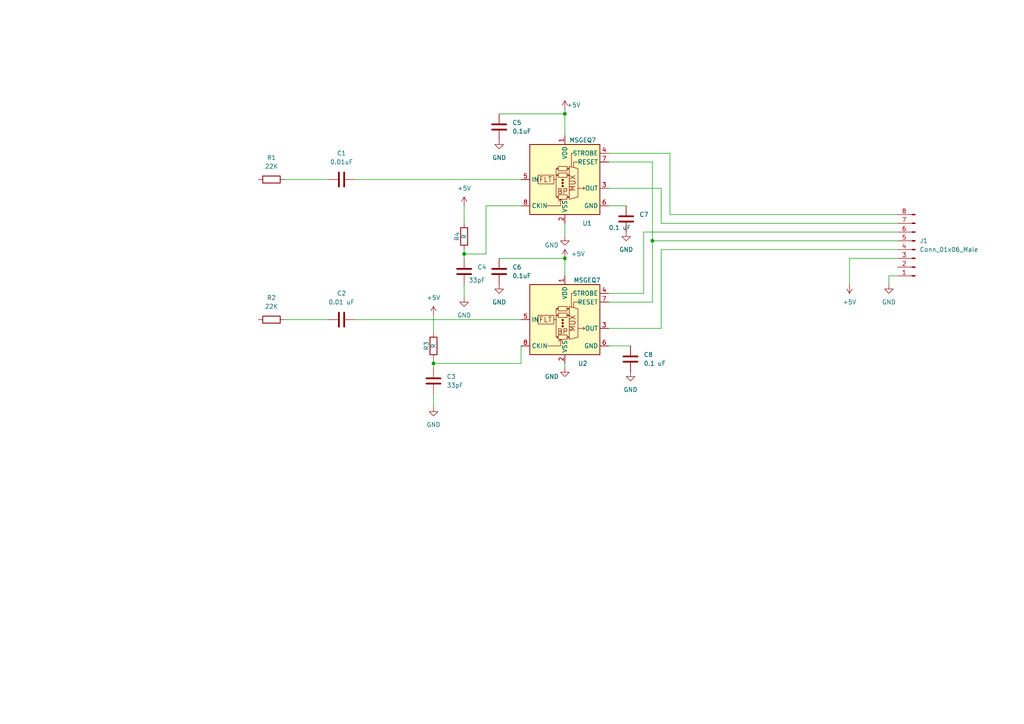
<source format=kicad_sch>
(kicad_sch (version 20211123) (generator eeschema)
  (paper "A4")
  (title_block (title "msgeq7 block") (date "2022-04-10") (rev "1"))
  (lib_symbols
    (symbol "Audio:MSGEQ7"
      (property "Reference" "U" (at -2.54 13.97 0))
      (property "Value" "MSGEQ7" (at -2.54 11.43 0))
      (symbol "MSGEQ7_0_0"
        (polyline (pts (xy -5.08 -7.62) (xy -1.27 -7.62) (xy -1.27 -5.715)))
        (polyline (pts (xy -1.905 -6.35) (xy -1.27 -5.715) (xy -0.635 -6.35)))
        (polyline (pts (xy 2.54 7.62) (xy 1.905 7.62) (xy 1.905 3.683)))
        (polyline (pts (xy 3.81 5.08) (xy 2.54 5.08) (xy 2.54 3.556)))
        (text "BP" (at -0.635 -3.429 0) (effects (font (size 1.524 1.524))))
        (text "FLT" (at -5.588 0 0) (effects (font (size 1.524 1.524))))
        (text "MUX" (at 2.286 -1.016 900) (effects (font (size 1.524 1.524))))
      )
      (symbol "MSGEQ7_0_1"
        (rectangle (start -3.175 -1.27) (end -7.747 1.27))
        (rectangle (start -1.905 -4.445) (end 0.635 -5.715))
        (rectangle (start -1.905 1.905) (end 0.635 0.635))
        (circle (center -0.635 -1.905) (radius 0.254) (fill (type outline)))
        (circle (center -0.635 -1.016) (radius 0.254) (fill (type outline)))
        (circle (center -0.635 -0.127) (radius 0.254) (fill (type outline)))
        (polyline (pts (xy -3.175 0) (xy -2.54 0)))
        (polyline (pts (xy -2.54 1.27) (xy -1.905 1.27)))
        (polyline (pts (xy 0.635 -5.08) (xy 1.27 -5.08)))
        (polyline (pts (xy 0.635 1.27) (xy 1.27 1.27)))
        (polyline (pts (xy 0.635 3.175) (xy 1.27 3.175)))
        (polyline (pts (xy 3.81 -2.54) (xy 5.715 -2.54)))
        (polyline (pts (xy 5.715 -2.54) (xy 5.334 -2.921)))
        (polyline (pts (xy 5.715 -2.54) (xy 5.334 -2.159)))
        (polyline (pts (xy -2.286 -4.826) (xy -2.032 -5.08) (xy -2.286 -5.334)))
        (polyline (pts (xy -2.286 1.524) (xy -2.032 1.27) (xy -2.286 1.016)))
        (polyline (pts (xy -2.286 3.429) (xy -2.032 3.175) (xy -2.286 2.921)))
        (polyline (pts (xy 0.889 -4.826) (xy 1.143 -5.08) (xy 0.889 -5.334)))
        (polyline (pts (xy 0.889 1.524) (xy 1.143 1.27) (xy 0.889 1.016)))
        (polyline (pts (xy 0.889 3.429) (xy 1.143 3.175) (xy 0.889 2.921)))
        (polyline (pts (xy -1.905 3.175) (xy -2.54 3.175) (xy -2.54 -5.08) (xy -1.905 -5.08)))
        (polyline (pts (xy 1.27 3.81) (xy 1.27 -5.715) (xy 3.81 -5.08) (xy 3.81 3.175) (xy 1.27 3.81)))
        (rectangle (start 0.635 2.54) (end -1.905 3.81))
        (rectangle (start 10.16 10.16) (end -10.16 -10.16) (stroke (width 0.254)) (fill (type background)))
      )
      (symbol "MSGEQ7_1_1"
        (pin power_in line (at 0 12.7 270) (length 2.54) (name "VDD") (number "1"))
        (pin power_in line (at 0 -12.7 90) (length 2.54) (name "VSS") (number "2"))
        (pin output line (at 12.7 -2.54 180) (length 2.54) (name "OUT") (number "3"))
        (pin input line (at 12.7 7.62 180) (length 2.54) (name "STROBE") (number "4"))
        (pin input line (at -12.7 0 0) (length 2.54) (name "IN") (number "5"))
        (pin power_out line (at 12.7 -7.62 180) (length 2.54) (name "GND") (number "6"))
        (pin input line (at 12.7 5.08 180) (length 2.54) (name "RESET") (number "7"))
        (pin input line (at -12.7 -7.62 0) (length 2.54) (name "CKIN") (number "8"))
      )
    )
    (symbol "Connector:Conn_01x08_Male" (pin_names (offset 1.016) hide)
      (property "Reference" "J" (at 0 10.16 0))
      (property "Value" "Conn_01x08_Male" (at 0 -12.7 0))
      (symbol "Conn_01x08_Male_1_1"
        (polyline (pts (xy 1.27 -10.16) (xy 0.8636 -10.16)) (stroke (width 0.1524)))
        (polyline (pts (xy 1.27 -7.62) (xy 0.8636 -7.62)) (stroke (width 0.1524)))
        (polyline (pts (xy 1.27 -5.08) (xy 0.8636 -5.08)) (stroke (width 0.1524)))
        (polyline (pts (xy 1.27 -2.54) (xy 0.8636 -2.54)) (stroke (width 0.1524)))
        (polyline (pts (xy 1.27 0) (xy 0.8636 0)) (stroke (width 0.1524)))
        (polyline (pts (xy 1.27 2.54) (xy 0.8636 2.54)) (stroke (width 0.1524)))
        (polyline (pts (xy 1.27 5.08) (xy 0.8636 5.08)) (stroke (width 0.1524)))
        (polyline (pts (xy 1.27 7.62) (xy 0.8636 7.62)) (stroke (width 0.1524)))
        (rectangle (start 0.8636 -10.033) (end 0 -10.287) (stroke (width 0.1524)) (fill (type outline)))
        (rectangle (start 0.8636 -7.493) (end 0 -7.747) (stroke (width 0.1524)) (fill (type outline)))
        (rectangle (start 0.8636 -4.953) (end 0 -5.207) (stroke (width 0.1524)) (fill (type outline)))
        (rectangle (start 0.8636 -2.413) (end 0 -2.667) (stroke (width 0.1524)) (fill (type outline)))
        (rectangle (start 0.8636 0.127) (end 0 -0.127) (stroke (width 0.1524)) (fill (type outline)))
        (rectangle (start 0.8636 2.667) (end 0 2.413) (stroke (width 0.1524)) (fill (type outline)))
        (rectangle (start 0.8636 5.207) (end 0 4.953) (stroke (width 0.1524)) (fill (type outline)))
        (rectangle (start 0.8636 7.747) (end 0 7.493) (stroke (width 0.1524)) (fill (type outline)))
        (pin passive line (at 5.08 7.62 180) (length 3.81) (name "Pin_1") (number "1"))
        (pin passive line (at 5.08 5.08 180) (length 3.81) (name "Pin_2") (number "2"))
        (pin passive line (at 5.08 2.54 180) (length 3.81) (name "Pin_3") (number "3"))
        (pin passive line (at 5.08 0 180) (length 3.81) (name "Pin_4") (number "4"))
        (pin passive line (at 5.08 -2.54 180) (length 3.81) (name "Pin_5") (number "5"))
        (pin passive line (at 5.08 -5.08 180) (length 3.81) (name "Pin_6") (number "6"))
        (pin passive line (at 5.08 -7.62 180) (length 3.81) (name "Pin_7") (number "7"))
        (pin passive line (at 5.08 -10.16 180) (length 3.81) (name "Pin_8") (number "8"))
      )
    )
    (symbol "Device:C" (pin_numbers hide) (pin_names (offset 0.254))
      (property "Reference" "C" (at 0.635 2.54 0))
      (property "Value" "C" (at 0.635 -2.54 0))
      (symbol "C_0_1"
        (polyline (pts (xy -2.032 -0.762) (xy 2.032 -0.762)) (stroke (width 0.508)))
        (polyline (pts (xy -2.032 0.762) (xy 2.032 0.762)) (stroke (width 0.508)))
      )
      (symbol "C_1_1"
        (pin passive line (at 0 3.81 270) (length 2.794) (name "~") (number "1"))
        (pin passive line (at 0 -3.81 90) (length 2.794) (name "~") (number "2"))
      )
    )
    (symbol "Device:R" (pin_numbers hide) (pin_names (offset 0))
      (property "Reference" "R" (at 2.032 0 90))
      (property "Value" "R" (at 0 0 90))
      (symbol "R_0_1"
        (rectangle (start -1.016 -2.54) (end 1.016 2.54) (stroke (width 0.254)))
      )
      (symbol "R_1_1"
        (pin passive line (at 0 3.81 270) (length 1.27) (name "~") (number "1"))
        (pin passive line (at 0 -3.81 90) (length 1.27) (name "~") (number "2"))
      )
    )
    (symbol "power:+5V" (power) (pin_names (offset 0))
      (property "Value" "+5V" (at 0 3.556 0))
      (symbol "+5V_0_1"
        (polyline (pts (xy -0.762 1.27) (xy 0 2.54)))
        (polyline (pts (xy 0 0) (xy 0 2.54)))
        (polyline (pts (xy 0 2.54) (xy 0.762 1.27)))
      )
      (symbol "+5V_1_1"
        (pin power_in line (at 0 0 90) (length 0) hide (name "+5V") (number "1"))
      )
    )
    (symbol "power:GND" (power) (pin_names (offset 0))
      (property "Value" "GND" (at 0 -3.81 0))
      (symbol "GND_0_1"
        (polyline (pts (xy 0 0) (xy 0 -1.27) (xy 1.27 -1.27) (xy 0 -2.54) (xy -1.27 -1.27) (xy 0 -1.27)))
      )
      (symbol "GND_1_1"
        (pin power_in line (at 0 0 270) (length 0) hide (name "GND") (number "1"))
      )
    )
  )
  (junction (at 134.62 73.66))
  (junction (at 163.83 74.93))
  (junction (at 125.73 105.41))
  (junction (at 163.83 33.02))
  (junction (at 189.23 69.85))
  (wire (pts (xy 163.83 33.02) (xy 163.83 39.37)))
  (wire (pts (xy 191.77 95.25) (xy 191.77 72.39)))
  (wire (pts (xy 191.77 64.77) (xy 260.35 64.77)))
  (wire (pts (xy 176.53 46.99) (xy 189.23 46.99)))
  (wire (pts (xy 82.55 52.07) (xy 95.25 52.07)))
  (wire (pts (xy 125.73 105.41) (xy 125.73 106.68)))
  (wire (pts (xy 246.38 82.55) (xy 246.38 74.93)))
  (wire (pts (xy 163.83 105.41) (xy 163.83 106.68)))
  (wire (pts (xy 176.53 44.45) (xy 194.31 44.45)))
  (wire (pts (xy 102.87 52.07) (xy 151.13 52.07)))
  (wire (pts (xy 246.38 74.93) (xy 260.35 74.93)))
  (wire (pts (xy 144.78 74.93) (xy 163.83 74.93)))
  (wire (pts (xy 163.83 74.93) (xy 163.83 80.01)))
  (wire (pts (xy 260.35 80.01) (xy 257.81 80.01)))
  (wire (pts (xy 191.77 54.61) (xy 191.77 64.77)))
  (wire (pts (xy 151.13 105.41) (xy 151.13 100.33)))
  (wire (pts (xy 144.78 33.02) (xy 163.83 33.02)))
  (wire (pts (xy 186.69 67.31) (xy 186.69 85.09)))
  (wire (pts (xy 102.87 92.71) (xy 151.13 92.71)))
  (wire (pts (xy 176.53 59.69) (xy 181.61 59.69)))
  (wire (pts (xy 186.69 85.09) (xy 176.53 85.09)))
  (wire (pts (xy 82.55 92.71) (xy 95.25 92.71)))
  (wire (pts (xy 189.23 46.99) (xy 189.23 69.85)))
  (wire (pts (xy 189.23 87.63) (xy 189.23 69.85)))
  (wire (pts (xy 257.81 80.01) (xy 257.81 82.55)))
  (wire (pts (xy 194.31 62.23) (xy 260.35 62.23)))
  (wire (pts (xy 176.53 54.61) (xy 191.77 54.61)))
  (wire (pts (xy 191.77 72.39) (xy 260.35 72.39)))
  (wire (pts (xy 189.23 69.85) (xy 260.35 69.85)))
  (wire (pts (xy 176.53 100.33) (xy 182.88 100.33)))
  (wire (pts (xy 134.62 73.66) (xy 134.62 74.93)))
  (wire (pts (xy 134.62 59.69) (xy 134.62 64.77)))
  (wire (pts (xy 194.31 44.45) (xy 194.31 62.23)))
  (wire (pts (xy 125.73 91.44) (xy 125.73 96.52)))
  (wire (pts (xy 176.53 95.25) (xy 191.77 95.25)))
  (wire (pts (xy 163.83 64.77) (xy 163.83 68.58)))
  (wire (pts (xy 125.73 105.41) (xy 151.13 105.41)))
  (wire (pts (xy 125.73 118.11) (xy 125.73 114.3)))
  (wire (pts (xy 163.83 31.75) (xy 163.83 33.02)))
  (wire (pts (xy 176.53 87.63) (xy 189.23 87.63)))
  (wire (pts (xy 125.73 104.14) (xy 125.73 105.41)))
  (wire (pts (xy 134.62 73.66) (xy 140.97 73.66)))
  (wire (pts (xy 134.62 86.36) (xy 134.62 82.55)))
  (wire (pts (xy 140.97 73.66) (xy 140.97 59.69)))
  (wire (pts (xy 260.35 67.31) (xy 186.69 67.31)))
  (wire (pts (xy 140.97 59.69) (xy 151.13 59.69)))
  (wire (pts (xy 134.62 72.39) (xy 134.62 73.66)))
  (symbol (lib_id "Device:C") (at 182.88 104.14 0) (unit 1)
    (property "Reference" "C8" (at 186.69 102.8699 0) (effects (justify left)))
    (property "Value" "0.1 uF" (at 186.69 105.4099 0) (effects (justify left)))
  )
  (symbol (lib_id "Audio:MSGEQ7") (at 163.83 52.07 0) (unit 1)
    (property "Reference" "U1" (at 168.91 64.77 0) (effects (justify left)))
    (property "Value" "MSGEQ7" (at 165.1 40.64 0) (effects (justify left)))
    (property "Datasheet" "http://mix-sig.com/images/datasheets/MSGEQ7.pdf" (effects hide))
  )
  (symbol (lib_id "Device:C") (at 134.62 78.74 180) (unit 1)
    (property "Reference" "C4" (at 138.43 77.4699 0) (effects (justify right)))
    (property "Value" "33pF" (at 135.89 81.28 0) (effects (justify right)))
  )
  (symbol (lib_id "power:GND") (at 163.83 106.68 0) (unit 1)
    (property "Reference" "#PWR010" (effects hide))
    (property "Value" "GND" (at 160.02 109.22 0))
  )
  (symbol (lib_id "Device:C") (at 125.73 110.49 180) (unit 1)
    (property "Reference" "C3" (at 129.54 109.2199 0) (effects (justify right)))
    (property "Value" "33pF" (at 129.54 111.7599 0) (effects (justify right)))
  )
  (symbol (lib_id "power:GND") (at 163.83 68.58 0) (unit 1)
    (property "Reference" "#PWR08" (effects hide))
    (property "Value" "GND" (at 160.02 71.12 0))
  )
  (symbol (lib_id "power:GND") (at 134.62 86.36 0) (unit 1)
    (property "Reference" "#PWR04" (effects hide))
    (property "Value" "GND" (at 134.62 91.44 0))
  )
  (symbol (lib_id "power:GND") (at 125.73 118.11 0) (unit 1)
    (property "Reference" "#PWR02" (effects hide))
    (property "Value" "GND" (at 125.73 123.19 0))
  )
  (symbol (lib_id "Device:R") (at 125.73 100.33 180) (unit 1)
    (property "Reference" "R3" (at 123.698 100.33 90))
    (property "Value" "R" (at 125.73 100.33 90))
  )
  (symbol (lib_id "Device:C") (at 99.06 52.07 90) (unit 1)
    (property "Reference" "C1" (at 99.06 44.45 90))
    (property "Value" "0.01uF" (at 99.06 46.99 90))
  )
  (symbol (lib_id "power:+5V") (at 163.83 74.93 0) (unit 1)
    (property "Reference" "#PWR09" (effects hide))
    (property "Value" "+5V" (at 167.64 73.66 0))
  )
  (symbol (lib_id "power:GND") (at 144.78 40.64 0) (unit 1)
    (property "Reference" "#PWR05" (effects hide))
    (property "Value" "GND" (at 144.78 45.72 0))
  )
  (symbol (lib_id "Device:C") (at 144.78 36.83 0) (unit 1)
    (property "Reference" "C5" (at 148.59 35.5599 0) (effects (justify left)))
    (property "Value" "0.1uF" (at 148.59 38.0999 0) (effects (justify left)))
  )
  (symbol (lib_id "Device:R") (at 78.74 52.07 90) (unit 1)
    (property "Reference" "R1" (at 78.74 45.72 90))
    (property "Value" "22K" (at 78.74 48.26 90))
  )
  (symbol (lib_id "power:GND") (at 144.78 82.55 0) (unit 1)
    (property "Reference" "#PWR06" (effects hide))
    (property "Value" "GND" (at 144.78 87.63 0))
  )
  (symbol (lib_id "Connector:Conn_01x08_Male") (at 265.43 72.39 180) (unit 1)
    (property "Reference" "J1" (at 266.7 69.8499 0) (effects (justify right)))
    (property "Value" "Conn_01x06_Male" (at 266.7 72.3899 0) (effects (justify right)))
  )
  (symbol (lib_id "power:GND") (at 182.88 107.95 0) (unit 1)
    (property "Reference" "#PWR012" (effects hide))
    (property "Value" "GND" (at 182.88 113.03 0))
  )
  (symbol (lib_id "power:+5V") (at 125.73 91.44 0) (unit 1)
    (property "Reference" "#PWR01" (effects hide))
    (property "Value" "+5V" (at 125.73 86.36 0))
  )
  (symbol (lib_id "Device:R") (at 78.74 92.71 90) (unit 1)
    (property "Reference" "R2" (at 78.74 86.36 90))
    (property "Value" "22K" (at 78.74 88.9 90))
  )
  (symbol (lib_id "Device:C") (at 181.61 63.5 0) (unit 1)
    (property "Reference" "C7" (at 185.42 62.2299 0) (effects (justify left)))
    (property "Value" "0.1 uF" (at 176.53 66.04 0) (effects (justify left)))
  )
  (symbol (lib_id "power:GND") (at 181.61 67.31 0) (unit 1)
    (property "Reference" "#PWR011" (effects hide))
    (property "Value" "GND" (at 181.61 72.39 0))
  )
  (symbol (lib_id "Device:C") (at 99.06 92.71 90) (unit 1)
    (property "Reference" "C2" (at 99.06 85.09 90))
    (property "Value" "0.01 uF" (at 99.06 87.63 90))
  )
  (symbol (lib_id "Audio:MSGEQ7") (at 163.83 92.71 0) (unit 1)
    (property "Reference" "U2" (at 167.64 105.41 0) (effects (justify left)))
    (property "Value" "MSGEQ7" (at 166.37 81.28 0) (effects (justify left)))
    (property "Datasheet" "http://mix-sig.com/images/datasheets/MSGEQ7.pdf" (effects hide))
  )
  (symbol (lib_id "power:+5V") (at 163.83 31.75 0) (unit 1)
    (property "Reference" "#PWR07" (effects hide))
    (property "Value" "+5V" (at 166.37 30.48 0))
  )
  (symbol (lib_id "Device:R") (at 134.62 68.58 180) (unit 1)
    (property "Reference" "R4" (at 132.588 68.58 90))
    (property "Value" "R" (at 134.62 68.58 90))
  )
  (symbol (lib_id "Device:C") (at 144.78 78.74 0) (unit 1)
    (property "Reference" "C6" (at 148.59 77.4699 0) (effects (justify left)))
    (property "Value" "0.1uF" (at 148.59 80.0099 0) (effects (justify left)))
  )
  (symbol (lib_id "power:GND") (at 257.81 82.55 0) (unit 1)
    (property "Reference" "#PWR014" (effects hide))
    (property "Value" "GND" (at 257.81 87.63 0))
  )
  (symbol (lib_id "power:+5V") (at 134.62 59.69 0) (unit 1)
    (property "Reference" "#PWR03" (effects hide))
    (property "Value" "+5V" (at 134.62 54.61 0))
  )
  (symbol (lib_id "power:+5V") (at 246.38 82.55 180) (unit 1)
    (property "Reference" "#PWR013" (effects hide))
    (property "Value" "+5V" (at 246.38 87.63 0))
  )
)
</source>
